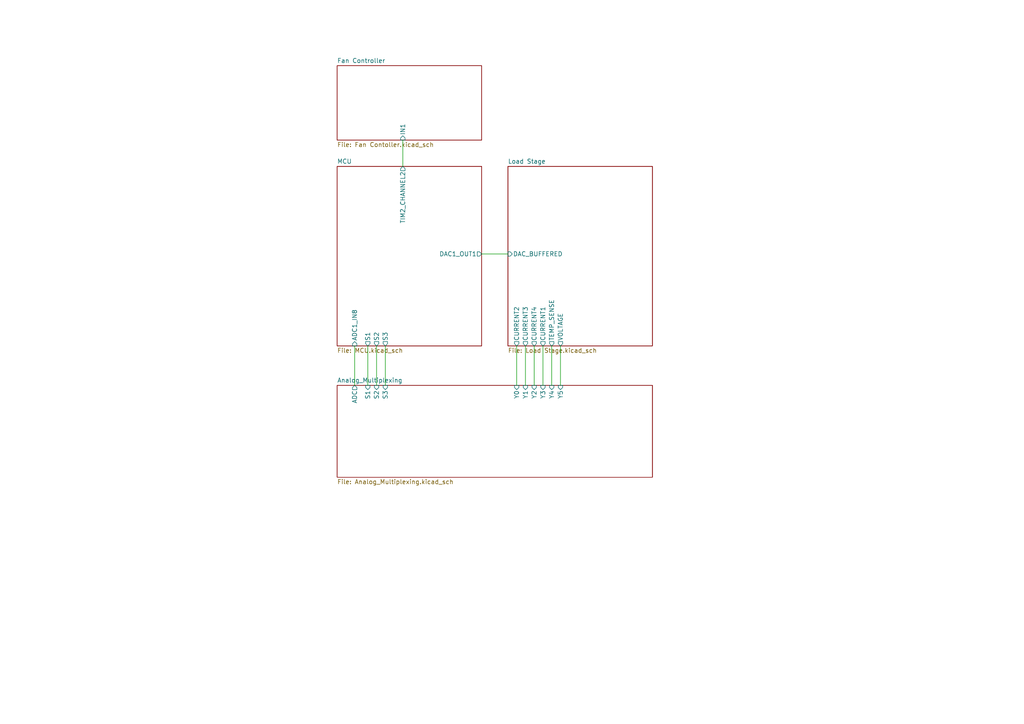
<source format=kicad_sch>
(kicad_sch
	(version 20250114)
	(generator "eeschema")
	(generator_version "9.0")
	(uuid "9a5b4942-16ea-4825-b7cd-b1fdf183f39a")
	(paper "A4")
	(lib_symbols)
	(wire
		(pts
			(xy 111.76 100.33) (xy 111.76 111.76)
		)
		(stroke
			(width 0)
			(type default)
		)
		(uuid "489ba36e-d114-4c6c-917e-773b2d3cd2ab")
	)
	(wire
		(pts
			(xy 109.22 100.33) (xy 109.22 111.76)
		)
		(stroke
			(width 0)
			(type default)
		)
		(uuid "52c9c628-2caf-496f-823f-66e1743ca017")
	)
	(wire
		(pts
			(xy 116.84 40.64) (xy 116.84 48.26)
		)
		(stroke
			(width 0)
			(type default)
		)
		(uuid "64fc7c1c-2b95-4d82-b654-41f30369caaa")
	)
	(wire
		(pts
			(xy 106.68 100.33) (xy 106.68 111.76)
		)
		(stroke
			(width 0)
			(type default)
		)
		(uuid "6fc80a76-30c8-4cb2-93ac-6a9ed2af08e3")
	)
	(wire
		(pts
			(xy 162.56 100.33) (xy 162.56 111.76)
		)
		(stroke
			(width 0)
			(type default)
		)
		(uuid "7c8df8f0-a865-45ff-a7cc-a8152aaa28db")
	)
	(wire
		(pts
			(xy 102.87 100.33) (xy 102.87 111.76)
		)
		(stroke
			(width 0)
			(type default)
		)
		(uuid "84ac9252-2de8-47b8-8f25-53d648b95419")
	)
	(wire
		(pts
			(xy 157.48 100.33) (xy 157.48 111.76)
		)
		(stroke
			(width 0)
			(type default)
		)
		(uuid "9913ab82-2b85-4c55-9fbc-53380d1c8db5")
	)
	(wire
		(pts
			(xy 160.02 100.33) (xy 160.02 111.76)
		)
		(stroke
			(width 0)
			(type default)
		)
		(uuid "9e71b194-4a53-4bb3-ba54-167e8235998f")
	)
	(wire
		(pts
			(xy 149.86 100.33) (xy 149.86 111.76)
		)
		(stroke
			(width 0)
			(type default)
		)
		(uuid "bd874460-03f9-4f8e-9cc0-8e6c45853503")
	)
	(wire
		(pts
			(xy 152.4 100.33) (xy 152.4 111.76)
		)
		(stroke
			(width 0)
			(type default)
		)
		(uuid "c9453d04-7512-4ee7-af7e-fef744431dea")
	)
	(wire
		(pts
			(xy 154.94 100.33) (xy 154.94 111.76)
		)
		(stroke
			(width 0)
			(type default)
		)
		(uuid "d6a10918-3465-4af6-8b52-333e5e70246d")
	)
	(wire
		(pts
			(xy 139.7 73.66) (xy 147.32 73.66)
		)
		(stroke
			(width 0)
			(type default)
		)
		(uuid "f6d98abc-09bd-4181-8daf-6bcfeb666af2")
	)
	(sheet
		(at 97.79 111.76)
		(size 91.44 26.67)
		(exclude_from_sim no)
		(in_bom yes)
		(on_board yes)
		(dnp no)
		(fields_autoplaced yes)
		(stroke
			(width 0.1524)
			(type solid)
		)
		(fill
			(color 0 0 0 0.0000)
		)
		(uuid "91ad0bdd-d442-407c-b2a9-1a1fdb45fb81")
		(property "Sheetname" "Analog_Multiplexing"
			(at 97.79 111.0484 0)
			(effects
				(font
					(size 1.27 1.27)
				)
				(justify left bottom)
			)
		)
		(property "Sheetfile" "Analog_Multiplexing.kicad_sch"
			(at 97.79 139.0146 0)
			(effects
				(font
					(size 1.27 1.27)
				)
				(justify left top)
			)
		)
		(pin "ADC" output
			(at 102.87 111.76 90)
			(uuid "9682f4c6-2597-4997-afc0-f30c8629a95d")
			(effects
				(font
					(size 1.27 1.27)
				)
				(justify right)
			)
		)
		(pin "S1" input
			(at 106.68 111.76 90)
			(uuid "6cd3a111-df69-4ea9-bd7a-41d7d2c87678")
			(effects
				(font
					(size 1.27 1.27)
				)
				(justify right)
			)
		)
		(pin "S2" input
			(at 109.22 111.76 90)
			(uuid "5df4b079-3622-4d72-a400-9221ee8158b8")
			(effects
				(font
					(size 1.27 1.27)
				)
				(justify right)
			)
		)
		(pin "S3" input
			(at 111.76 111.76 90)
			(uuid "a601e6b2-d412-4e7d-9f2c-162fd62791d6")
			(effects
				(font
					(size 1.27 1.27)
				)
				(justify right)
			)
		)
		(pin "Y0" input
			(at 149.86 111.76 90)
			(uuid "1ead6436-9c07-44ef-a9f8-50a25be1ef02")
			(effects
				(font
					(size 1.27 1.27)
				)
				(justify right)
			)
		)
		(pin "Y1" input
			(at 152.4 111.76 90)
			(uuid "e93b53ce-d41a-4c4e-82f4-1959dc5bc67a")
			(effects
				(font
					(size 1.27 1.27)
				)
				(justify right)
			)
		)
		(pin "Y2" input
			(at 154.94 111.76 90)
			(uuid "4d16afa6-ecee-494b-9b7c-ca9a0b1b04b9")
			(effects
				(font
					(size 1.27 1.27)
				)
				(justify right)
			)
		)
		(pin "Y3" input
			(at 157.48 111.76 90)
			(uuid "0d190cd4-1e48-46cf-9c90-74abd7809947")
			(effects
				(font
					(size 1.27 1.27)
				)
				(justify right)
			)
		)
		(pin "Y4" input
			(at 160.02 111.76 90)
			(uuid "041025f8-1f93-45b3-92f9-fc4d968013e1")
			(effects
				(font
					(size 1.27 1.27)
				)
				(justify right)
			)
		)
		(pin "Y5" input
			(at 162.56 111.76 90)
			(uuid "6203acb1-d25a-470c-9e0a-f474454f67da")
			(effects
				(font
					(size 1.27 1.27)
				)
				(justify right)
			)
		)
		(instances
			(project "Electronic_Load"
				(path "/9a5b4942-16ea-4825-b7cd-b1fdf183f39a"
					(page "4")
				)
			)
		)
	)
	(sheet
		(at 97.79 48.26)
		(size 41.91 52.07)
		(exclude_from_sim no)
		(in_bom yes)
		(on_board yes)
		(dnp no)
		(fields_autoplaced yes)
		(stroke
			(width 0.1524)
			(type solid)
		)
		(fill
			(color 0 0 0 0.0000)
		)
		(uuid "b49e9eee-7192-49ba-b88d-35ce7e1588bd")
		(property "Sheetname" "MCU"
			(at 97.79 47.5484 0)
			(effects
				(font
					(size 1.27 1.27)
				)
				(justify left bottom)
			)
		)
		(property "Sheetfile" "MCU.kicad_sch"
			(at 97.79 100.9146 0)
			(effects
				(font
					(size 1.27 1.27)
				)
				(justify left top)
			)
		)
		(pin "S1" output
			(at 106.68 100.33 270)
			(uuid "06ac5e62-6f01-4ceb-871a-0c9bd142fc80")
			(effects
				(font
					(size 1.27 1.27)
				)
				(justify left)
			)
		)
		(pin "S2" output
			(at 109.22 100.33 270)
			(uuid "f979cccd-db05-4a3b-b8b7-6726e79082cd")
			(effects
				(font
					(size 1.27 1.27)
				)
				(justify left)
			)
		)
		(pin "S3" output
			(at 111.76 100.33 270)
			(uuid "22b1d457-4141-41ba-a6f5-41ff5f6dc706")
			(effects
				(font
					(size 1.27 1.27)
				)
				(justify left)
			)
		)
		(pin "ADC1_IN8" input
			(at 102.87 100.33 270)
			(uuid "4386ee4a-c648-4a1b-8661-89cdea88954b")
			(effects
				(font
					(size 1.27 1.27)
				)
				(justify left)
			)
		)
		(pin "DAC1_OUT1" output
			(at 139.7 73.66 0)
			(uuid "b6b77616-befc-414d-ac00-eb82aa33e7e5")
			(effects
				(font
					(size 1.27 1.27)
				)
				(justify right)
			)
		)
		(pin "TIM2_CHANNEL2" output
			(at 116.84 48.26 90)
			(uuid "1094ac4f-4c03-47bc-8ad2-0851fc51b36f")
			(effects
				(font
					(size 1.27 1.27)
				)
				(justify right)
			)
		)
		(instances
			(project "Electronic_Load"
				(path "/9a5b4942-16ea-4825-b7cd-b1fdf183f39a"
					(page "3")
				)
			)
		)
	)
	(sheet
		(at 147.32 48.26)
		(size 41.91 52.07)
		(exclude_from_sim no)
		(in_bom yes)
		(on_board yes)
		(dnp no)
		(fields_autoplaced yes)
		(stroke
			(width 0.1524)
			(type solid)
		)
		(fill
			(color 0 0 0 0.0000)
		)
		(uuid "bff4fa1a-8b7b-44c8-addd-993ab403da30")
		(property "Sheetname" "Load Stage"
			(at 147.32 47.5484 0)
			(effects
				(font
					(size 1.27 1.27)
				)
				(justify left bottom)
			)
		)
		(property "Sheetfile" "Load Stage.kicad_sch"
			(at 147.32 100.9146 0)
			(effects
				(font
					(size 1.27 1.27)
				)
				(justify left top)
			)
		)
		(pin "CURRENT1" output
			(at 157.48 100.33 270)
			(uuid "db744e4f-74cc-41a0-aaa3-575f627f5918")
			(effects
				(font
					(size 1.27 1.27)
				)
				(justify left)
			)
		)
		(pin "CURRENT2" output
			(at 149.86 100.33 270)
			(uuid "7fa6715c-7db3-4186-a116-3147597be6ac")
			(effects
				(font
					(size 1.27 1.27)
				)
				(justify left)
			)
		)
		(pin "CURRENT3" output
			(at 152.4 100.33 270)
			(uuid "15d6361d-d23a-434c-9789-62f3152fb1ab")
			(effects
				(font
					(size 1.27 1.27)
				)
				(justify left)
			)
		)
		(pin "CURRENT4" output
			(at 154.94 100.33 270)
			(uuid "fafc811a-7728-47a6-9908-f2af7cfd239e")
			(effects
				(font
					(size 1.27 1.27)
				)
				(justify left)
			)
		)
		(pin "DAC_BUFFERED" input
			(at 147.32 73.66 180)
			(uuid "0ae2f158-911b-464d-b597-86b4068e8571")
			(effects
				(font
					(size 1.27 1.27)
				)
				(justify left)
			)
		)
		(pin "TEMP_SENSE" output
			(at 160.02 100.33 270)
			(uuid "6dc83015-d2a1-4895-ab27-e79ffd2a2535")
			(effects
				(font
					(size 1.27 1.27)
				)
				(justify left)
			)
		)
		(pin "VOLTAGE" output
			(at 162.56 100.33 270)
			(uuid "d0f4b9f1-3d38-43b1-b7b6-86daa2899df7")
			(effects
				(font
					(size 1.27 1.27)
				)
				(justify left)
			)
		)
		(instances
			(project "Electronic_Load"
				(path "/9a5b4942-16ea-4825-b7cd-b1fdf183f39a"
					(page "2")
				)
			)
		)
	)
	(sheet
		(at 97.79 19.05)
		(size 41.91 21.59)
		(exclude_from_sim no)
		(in_bom yes)
		(on_board yes)
		(dnp no)
		(fields_autoplaced yes)
		(stroke
			(width 0.1524)
			(type solid)
		)
		(fill
			(color 0 0 0 0.0000)
		)
		(uuid "e08d1ad4-8364-4419-a4d3-3a461b6a64db")
		(property "Sheetname" "Fan Controller"
			(at 97.79 18.3384 0)
			(effects
				(font
					(size 1.27 1.27)
				)
				(justify left bottom)
			)
		)
		(property "Sheetfile" "Fan Contoller.kicad_sch"
			(at 97.79 41.2246 0)
			(effects
				(font
					(size 1.27 1.27)
				)
				(justify left top)
			)
		)
		(pin "IN1" input
			(at 116.84 40.64 270)
			(uuid "3c9bd381-058c-4ca3-a089-bebc9b75bf0c")
			(effects
				(font
					(size 1.27 1.27)
				)
				(justify left)
			)
		)
		(instances
			(project "Electronic_Load"
				(path "/9a5b4942-16ea-4825-b7cd-b1fdf183f39a"
					(page "6")
				)
			)
		)
	)
	(sheet_instances
		(path "/"
			(page "1")
		)
	)
	(embedded_fonts no)
)

</source>
